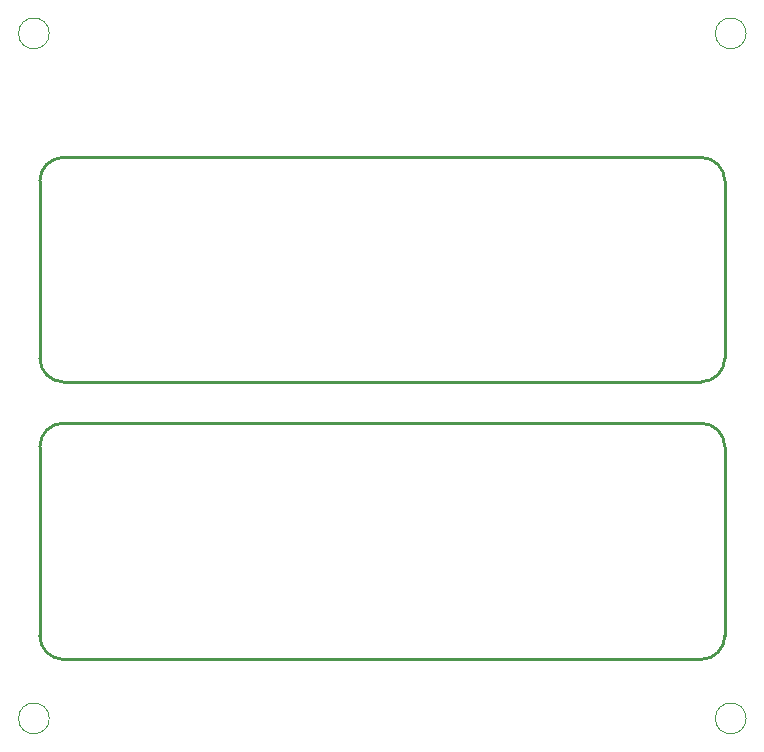
<source format=gbr>
G04*
G04 #@! TF.GenerationSoftware,Altium Limited,Altium Designer,24.3.1 (35)*
G04*
G04 Layer_Color=16711935*
%FSLAX25Y25*%
%MOIN*%
G70*
G04*
G04 #@! TF.SameCoordinates,4C6EEDD9-8573-49FE-A8EC-0E224A19D34F*
G04*
G04*
G04 #@! TF.FilePolarity,Positive*
G04*
G01*
G75*
%ADD19C,0.01000*%
%ADD20C,0.00197*%
D19*
X311024Y234252D02*
G03*
X303150Y242126I-7874J0D01*
G01*
Y167323D02*
G03*
X311024Y175197I0J7874D01*
G01*
X90551Y242126D02*
G03*
X82677Y234252I0J-7874D01*
G01*
Y175197D02*
G03*
X90551Y167323I7874J0D01*
G01*
X311024Y145669D02*
G03*
X303150Y153543I-7874J0D01*
G01*
Y74803D02*
G03*
X311024Y82677I0J7874D01*
G01*
X90551Y153543D02*
G03*
X82677Y145669I0J-7874D01*
G01*
Y82677D02*
G03*
X90551Y74803I7874J0D01*
G01*
Y167323D02*
X303150D01*
X90551Y242126D02*
X303150D01*
X311024Y175197D02*
Y234252D01*
X82677Y175197D02*
Y234252D01*
X90551Y74803D02*
X303150D01*
X90551Y153543D02*
X303150D01*
X311024Y82677D02*
Y145669D01*
X82677Y82677D02*
Y145669D01*
D20*
X318110Y55118D02*
G03*
X318110Y55118I-5118J0D01*
G01*
X85827D02*
G03*
X85827Y55118I-5118J0D01*
G01*
X318110Y283465D02*
G03*
X318110Y283465I-5118J0D01*
G01*
X85827D02*
G03*
X85827Y283465I-5118J0D01*
G01*
M02*

</source>
